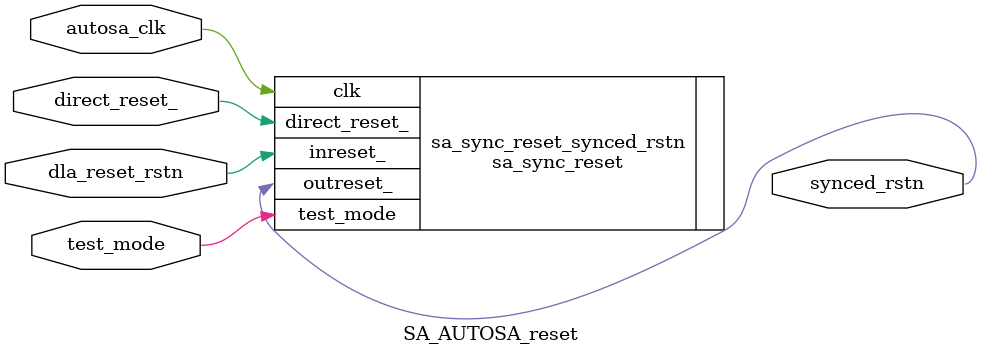
<source format=v>
module SA_AUTOSA_reset (
   dla_reset_rstn //|< i
  ,direct_reset_ //|< i
  ,test_mode //|< i
  ,synced_rstn //|> o
  ,autosa_clk //|< i
  );
//
// SA_AUTOSA_reset_ports.v
//
input dla_reset_rstn;
input direct_reset_;
input test_mode;
output synced_rstn;
input autosa_clk;
  sa_sync_reset sa_sync_reset_synced_rstn (
     .clk (autosa_clk) //|< i
    ,.inreset_ (dla_reset_rstn) //|< i
    ,.direct_reset_ (direct_reset_) //|< i
    ,.test_mode (test_mode) //|< i
    ,.outreset_ (synced_rstn) //|> o
    );
//&Instance sa_sync3d_reset u_vi_sa_sync_reset;
// &Connect inreset_ dla_reset_rstn;
// &Connect test_mode test_mode;
// &Connect direct_reset_ direct_reset_;
// &Connect clk autosa_clk;
// &Connect outreset_ synced_rstn;
endmodule // SA_AUTOSA_reset

</source>
